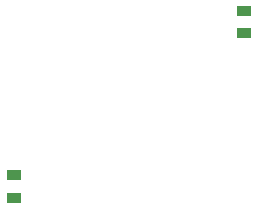
<source format=gtp>
G04*
G04 #@! TF.GenerationSoftware,Altium Limited,Altium Designer,23.1.1 (15)*
G04*
G04 Layer_Color=8421504*
%FSLAX44Y44*%
%MOMM*%
G71*
G04*
G04 #@! TF.SameCoordinates,0DFFAB6A-596F-4881-A06D-93F658BA65A8*
G04*
G04*
G04 #@! TF.FilePolarity,Positive*
G04*
G01*
G75*
%ADD13R,1.3000X0.9000*%
D13*
X295000Y194000D02*
D03*
Y175000D02*
D03*
X100000Y35500D02*
D03*
Y54500D02*
D03*
M02*

</source>
